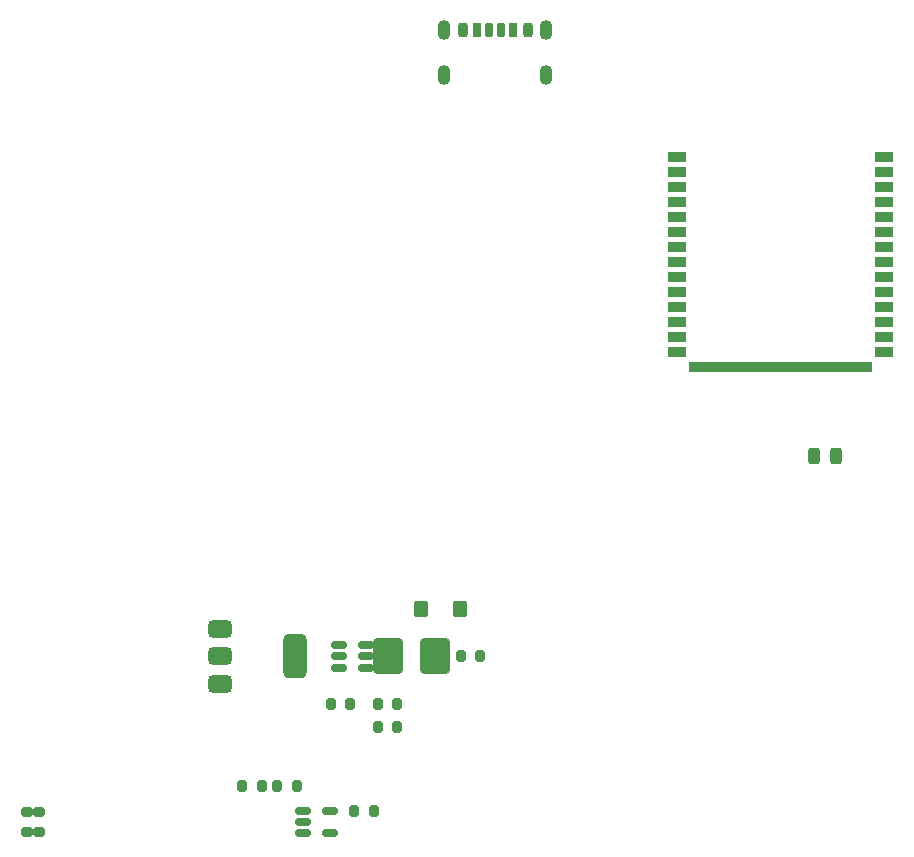
<source format=gtp>
%TF.GenerationSoftware,KiCad,Pcbnew,9.0.7*%
%TF.CreationDate,2026-03-01T02:19:44-05:00*%
%TF.ProjectId,Macropad,4d616372-6f70-4616-942e-6b696361645f,rev?*%
%TF.SameCoordinates,Original*%
%TF.FileFunction,Paste,Top*%
%TF.FilePolarity,Positive*%
%FSLAX46Y46*%
G04 Gerber Fmt 4.6, Leading zero omitted, Abs format (unit mm)*
G04 Created by KiCad (PCBNEW 9.0.7) date 2026-03-01 02:19:44*
%MOMM*%
%LPD*%
G01*
G04 APERTURE LIST*
G04 Aperture macros list*
%AMRoundRect*
0 Rectangle with rounded corners*
0 $1 Rounding radius*
0 $2 $3 $4 $5 $6 $7 $8 $9 X,Y pos of 4 corners*
0 Add a 4 corners polygon primitive as box body*
4,1,4,$2,$3,$4,$5,$6,$7,$8,$9,$2,$3,0*
0 Add four circle primitives for the rounded corners*
1,1,$1+$1,$2,$3*
1,1,$1+$1,$4,$5*
1,1,$1+$1,$6,$7*
1,1,$1+$1,$8,$9*
0 Add four rect primitives between the rounded corners*
20,1,$1+$1,$2,$3,$4,$5,0*
20,1,$1+$1,$4,$5,$6,$7,0*
20,1,$1+$1,$6,$7,$8,$9,0*
20,1,$1+$1,$8,$9,$2,$3,0*%
G04 Aperture macros list end*
%ADD10R,1.500000X0.900000*%
%ADD11RoundRect,0.375000X-0.625000X-0.375000X0.625000X-0.375000X0.625000X0.375000X-0.625000X0.375000X0*%
%ADD12RoundRect,0.500000X-0.500000X-1.400000X0.500000X-1.400000X0.500000X1.400000X-0.500000X1.400000X0*%
%ADD13RoundRect,0.175000X-0.175000X-0.425000X0.175000X-0.425000X0.175000X0.425000X-0.175000X0.425000X0*%
%ADD14RoundRect,0.190000X0.190000X0.410000X-0.190000X0.410000X-0.190000X-0.410000X0.190000X-0.410000X0*%
%ADD15RoundRect,0.200000X0.200000X0.400000X-0.200000X0.400000X-0.200000X-0.400000X0.200000X-0.400000X0*%
%ADD16RoundRect,0.175000X0.175000X0.425000X-0.175000X0.425000X-0.175000X-0.425000X0.175000X-0.425000X0*%
%ADD17RoundRect,0.190000X-0.190000X-0.410000X0.190000X-0.410000X0.190000X0.410000X-0.190000X0.410000X0*%
%ADD18RoundRect,0.200000X-0.200000X-0.400000X0.200000X-0.400000X0.200000X0.400000X-0.200000X0.400000X0*%
%ADD19O,1.100000X1.700000*%
%ADD20RoundRect,0.150000X-0.512500X-0.150000X0.512500X-0.150000X0.512500X0.150000X-0.512500X0.150000X0*%
%ADD21RoundRect,0.200000X0.275000X-0.200000X0.275000X0.200000X-0.275000X0.200000X-0.275000X-0.200000X0*%
%ADD22RoundRect,0.200000X-0.200000X-0.275000X0.200000X-0.275000X0.200000X0.275000X-0.200000X0.275000X0*%
%ADD23RoundRect,0.250000X-1.000000X-1.250000X1.000000X-1.250000X1.000000X1.250000X-1.000000X1.250000X0*%
%ADD24RoundRect,0.240000X-0.360000X-0.460000X0.360000X-0.460000X0.360000X0.460000X-0.360000X0.460000X0*%
%ADD25RoundRect,0.243750X-0.243750X-0.456250X0.243750X-0.456250X0.243750X0.456250X-0.243750X0.456250X0*%
G04 APERTURE END LIST*
D10*
%TO.C,U901*%
X66500000Y28260000D03*
X66500000Y26990000D03*
X66500000Y25720000D03*
X66500000Y24450000D03*
X66500000Y23180000D03*
X66500000Y21910000D03*
X66500000Y20640000D03*
X66500000Y19370000D03*
X66500000Y18100000D03*
X66500000Y16830000D03*
X66500000Y15560000D03*
X66500000Y14290000D03*
X66500000Y13020000D03*
X66500000Y11750000D03*
X68265000Y10500000D03*
X69535000Y10500000D03*
X70805000Y10500000D03*
X72075000Y10500000D03*
X73345000Y10500000D03*
X74615000Y10500000D03*
X75885000Y10500000D03*
X77155000Y10500000D03*
X78425000Y10500000D03*
X79695000Y10500000D03*
X80965000Y10500000D03*
X82235000Y10500000D03*
X84000000Y11750000D03*
X84000000Y13020000D03*
X84000000Y14290000D03*
X84000000Y15560000D03*
X84000000Y16830000D03*
X84000000Y18100000D03*
X84000000Y19370000D03*
X84000000Y20640000D03*
X84000000Y21910000D03*
X84000000Y23180000D03*
X84000000Y24450000D03*
X84000000Y25720000D03*
X84000000Y26990000D03*
X84000000Y28260000D03*
%TD*%
D11*
%TO.C,U402*%
X27850000Y-11700000D03*
X27850000Y-14000000D03*
D12*
X34150000Y-14000000D03*
D11*
X27850000Y-16300000D03*
%TD*%
D13*
%TO.C,J402*%
X50625000Y39080000D03*
D14*
X52645000Y39080000D03*
D15*
X53875000Y39080000D03*
D16*
X51625000Y39080000D03*
D17*
X49605000Y39080000D03*
D18*
X48375000Y39080000D03*
D19*
X46805000Y39000000D03*
X46805000Y35200000D03*
X55445000Y39000000D03*
X55445000Y35200000D03*
%TD*%
D20*
%TO.C,U403*%
X34862500Y-27050000D03*
X34862500Y-28000000D03*
X34862500Y-28950000D03*
X37137500Y-28950000D03*
X37137500Y-27050000D03*
%TD*%
D21*
%TO.C,R402*%
X11500000Y-28825000D03*
X11500000Y-27175000D03*
%TD*%
%TO.C,R403*%
X12500000Y-28825000D03*
X12500000Y-27175000D03*
%TD*%
D22*
%TO.C,R404*%
X39175000Y-27050000D03*
X40825000Y-27050000D03*
%TD*%
%TO.C,C402*%
X32675000Y-25000000D03*
X34325000Y-25000000D03*
%TD*%
%TO.C,C403*%
X29675000Y-25000000D03*
X31325000Y-25000000D03*
%TD*%
D20*
%TO.C,U404*%
X37862500Y-13050000D03*
X37862500Y-14000000D03*
X37862500Y-14950000D03*
X40137500Y-14950000D03*
X40137500Y-14000000D03*
X40137500Y-13050000D03*
%TD*%
D23*
%TO.C,L401*%
X42000000Y-14000000D03*
X46000000Y-14000000D03*
%TD*%
D24*
%TO.C,D401*%
X44850000Y-10000000D03*
X48150000Y-10000000D03*
%TD*%
D22*
%TO.C,R405*%
X41175000Y-18000000D03*
X42825000Y-18000000D03*
%TD*%
%TO.C,R406*%
X41175000Y-20000000D03*
X42825000Y-20000000D03*
%TD*%
%TO.C,C404*%
X37175000Y-18000000D03*
X38825000Y-18000000D03*
%TD*%
%TO.C,C405*%
X48175000Y-14000000D03*
X49825000Y-14000000D03*
%TD*%
D25*
%TO.C,R401*%
X78122500Y3000000D03*
X79997500Y3000000D03*
%TD*%
M02*

</source>
